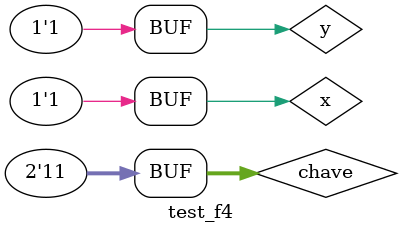
<source format=v>
module f4 (output s, input a,input b, input [1:0]chave);

wire s1, s2, s3, s4, s5, s6, s7, s8, s9, s10, s11, s12;

xor xor1(s1, a, b);
or  or1 (s2, a, b);
xnor xnor1(s3, a, b);
nor  nor1 (s4, a, b);

and and2(s5, s1, chave[1]);
and and3(s6, s2, chave[1]);
and and4(s7, s3, ~chave[1]);
and and5(s8, s4, ~chave[1]);

or  or2 (s9, s5, s6);
or  or3 (s10, s7, s8);

and and6(s11, s9, chave[0]);
and and7(s12, s10, ~chave[0]);

or  or4 (s, s12, s11);


endmodule // f4
module test_f4;
// ------------------------- definir dados
reg x;
reg y;
reg [1:0]chave;
wire s;
f4 modulo (s, x, y, chave[1:0]);
// ------------------------- parte principal
initial begin
$display("Exemplo0034 - Yousef - 441714");
$display("Test LU's module");

x = 0; y = 0; chave = 2'b00;

$monitor("x = %1b -- y = %1b chave1 = %2b Resultado = %1b",x,y,chave, s );

#1x = 0; y = 1; chave = 2'b00;
#1x = 1; y = 0; chave = 2'b00;
#1x = 1; y = 1; chave = 2'b00;

#1x = 0; y = 0; chave = 2'b01;
$display("\n");
#1x = 0; y = 1; chave = 2'b01;
#1x = 1; y = 0; chave = 2'b01;
#1x = 1; y = 1; chave = 2'b01;

#1x = 0; y = 0; chave = 2'b10;
$display("\n");
#1x = 0; y = 1; chave = 2'b10;
#1x = 1; y = 0; chave = 2'b10;
#1x = 1; y = 1; chave = 2'b10;

#1x = 0; y = 0; chave = 2'b11;
$display("\n");
#1x = 0; y = 1; chave = 2'b11;
#1x = 1; y = 0; chave = 2'b11;
#1x = 1; y = 1; chave = 2'b11;


end
endmodule // test_f4
</source>
